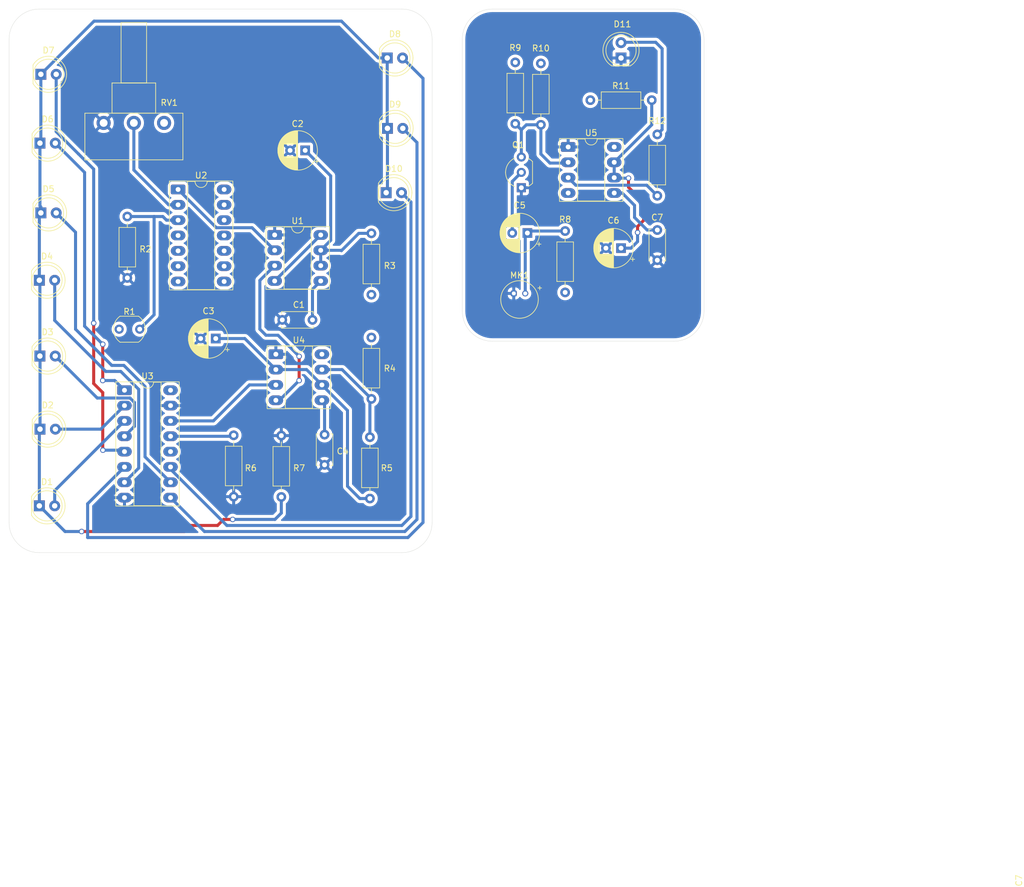
<source format=kicad_pcb>
(kicad_pcb (version 20241229) (generator "pcbnew") (generator_version "9.0")
  (layers (0 "F.Cu" signal) (2 "B.Cu" signal) (13 "F.Paste" user) (15 "B.Paste" user) (5 "F.SilkS" user "F.Silkscreen") (7 "B.SilkS" user "B.Silkscreen") (1 "F.Mask" user) (3 "B.Mask" user) (25 "Edge.Cuts" user))
  (net 0 "")
  (net 1 "Net-(U1-CV)")
  (net 2 "GND")
  (net 3 "Net-(U1-DIS)")
  (net 4 "Net-(U4-THR)")
  (net 5 "Net-(U4-CV)")
  (net 6 "Net-(MK1-+)")
  (net 7 "Net-(Q1-B)")
  (net 8 "Net-(U5-DIS)")
  (net 9 "Net-(U5-CV)")
  (net 10 "Net-(D2-A)")
  (net 11 "Net-(D1-A)")
  (net 12 "Net-(D3-A)")
  (net 13 "Net-(D4-A)")
  (net 14 "Net-(D5-A)")
  (net 15 "Net-(D6-A)")
  (net 16 "Net-(D7-A)")
  (net 17 "Net-(D8-A)")
  (net 18 "Net-(D9-A)")
  (net 19 "Net-(D10-A)")
  (net 20 "Net-(D11-A)")
  (net 21 "Net-(D1-K)")
  (net 22 "Net-(Q1-C)")
  (net 23 "Net-(U2A-+)")
  (net 24 "+9V")
  (net 25 "Net-(U1-TR)")
  (net 26 "Net-(U4-DIS)")
  (net 27 "Net-(U3-CKEN)")
  (net 28 "Net-(U5-Q)")
  (net 29 "Net-(U1-Q)")
  (net 30 "Net-(U2A--)")
  (net 32 "Net-(U3-CLK)")
  (footprint "LED_THT:LED_D5.0mm" (layer "F.Cu") (at 22.51 72.9)
    (property "Reference" "D4" (at 1.27 -3.96 0) (layer "F.SilkS"))
    (property "Value" "LED")
    (pad "1" thru_hole rect (at 0 0) (size 1.8 1.8) (drill 0.9) (layers "*.Cu" "*.Mask") (net 21 "Net-(D1-K)"))
    (pad "2" thru_hole circle (at 2.54 0) (size 1.8 1.8) (drill 0.9) (layers "*.Cu" "*.Mask") (net 13 "Net-(D4-A)"))
  )
  (footprint "Resistor_THT:R_Axial_DIN0207_L6.3mm_D2.5mm_P10.16mm_Horizontal" (layer "F.Cu") (at 77.45762 82.38 -90)
    (property "Reference" "R4" (at 5.12 -3.04238 180) (layer "F.SilkS"))
    (property "Value" "10k")
    (pad "1" thru_hole circle (at 0 0 270) (size 1.6 1.6) (drill 0.8) (layers "*.Cu" "*.Mask") (net 24 "+9V"))
    (pad "2" thru_hole oval (at 10.16 0 270) (size 1.6 1.6) (drill 0.8) (layers "*.Cu" "*.Mask") (net 26 "Net-(U4-DIS)"))
  )
  (footprint "Resistor_THT:R_Axial_DIN0207_L6.3mm_D2.5mm_P10.16mm_Horizontal" (layer "F.Cu") (at 101.264733 36.832233 -90)
    (property "Reference" "R9" (at -2.42 0 180) (layer "F.SilkS"))
    (property "Value" "1k")
    (pad "1" thru_hole circle (at 0 0 270) (size 1.6 1.6) (drill 0.8) (layers "*.Cu" "*.Mask") (net 24 "+9V"))
    (pad "2" thru_hole oval (at 10.16 0 270) (size 1.6 1.6) (drill 0.8) (layers "*.Cu" "*.Mask") (net 22 "Net-(Q1-C)"))
  )
  (footprint "Package_DIP:DIP-8_W7.62mm_Socket_LongPads" (layer "F.Cu") (at 61.64762 85.15)
    (property "Reference" "U4" (at 3.81 -2.33 0) (layer "F.SilkS"))
    (property "Value" "555")
    (pad "1" thru_hole roundrect (at 0 0) (size 2.4 1.6) (drill 0.8) (layers "*.Cu" "*.Mask") (roundrect_rratio 0.15625) (net 2 "GND"))
    (pad "2" thru_hole oval (at 0 2.54) (size 2.4 1.6) (drill 0.8) (layers "*.Cu" "*.Mask") (net 4 "Net-(U4-THR)"))
    (pad "3" thru_hole oval (at 0 5.08) (size 2.4 1.6) (drill 0.8) (layers "*.Cu" "*.Mask") (net 32 "Net-(U3-CLK)"))
    (pad "4" thru_hole oval (at 0 7.62) (size 2.4 1.6) (drill 0.8) (layers "*.Cu" "*.Mask") (net 29 "Net-(U1-Q)"))
    (pad "5" thru_hole oval (at 7.62 7.62) (size 2.4 1.6) (drill 0.8) (layers "*.Cu" "*.Mask") (net 5 "Net-(U4-CV)"))
    (pad "6" thru_hole oval (at 7.62 5.08) (size 2.4 1.6) (drill 0.8) (layers "*.Cu" "*.Mask") (net 4 "Net-(U4-THR)"))
    (pad "7" thru_hole oval (at 7.62 2.54) (size 2.4 1.6) (drill 0.8) (layers "*.Cu" "*.Mask") (net 26 "Net-(U4-DIS)"))
    (pad "8" thru_hole oval (at 7.62 0) (size 2.4 1.6) (drill 0.8) (layers "*.Cu" "*.Mask") (net 24 "+9V"))
  )
  (footprint "OptoDevice:R_LDR_5.1x4.3mm_P3.4mm_Vertical" (layer "F.Cu") (at 35.71762 81)
    (property "Reference" "R1" (at 1.7 -2.9 0) (layer "F.SilkS"))
    (property "Value" "R_Photo")
    (pad "1" thru_hole circle (at 0 0) (size 1.5 1.5) (drill 0.8) (layers "*.Cu" "*.Mask") (net 24 "+9V"))
    (pad "2" thru_hole circle (at 3.4 0) (size 1.5 1.5) (drill 0.8) (layers "*.Cu" "*.Mask") (net 23 "Net-(U2A-+)"))
  )
  (footprint "Resistor_THT:R_Axial_DIN0207_L6.3mm_D2.5mm_P10.16mm_Horizontal" (layer "F.Cu") (at 54.66762 98.57 -90)
    (property "Reference" "R6" (at 5.43 -2.83238 180) (layer "F.SilkS"))
    (property "Value" "100k")
    (pad "1" thru_hole circle (at 0 0 270) (size 1.6 1.6) (drill 0.8) (layers "*.Cu" "*.Mask") (net 27 "Net-(U3-CKEN)"))
    (pad "2" thru_hole oval (at 10.16 0 270) (size 1.6 1.6) (drill 0.8) (layers "*.Cu" "*.Mask") (net 2 "GND"))
  )
  (footprint "Resistor_THT:R_Axial_DIN0207_L6.3mm_D2.5mm_P10.16mm_Horizontal" (layer "F.Cu") (at 113.684733 43.082233)
    (property "Reference" "R11" (at 5.08 -2.37 0) (layer "F.SilkS"))
    (property "Value" "10k")
    (pad "1" thru_hole circle (at 0 0) (size 1.6 1.6) (drill 0.8) (layers "*.Cu" "*.Mask") (net 24 "+9V"))
    (pad "2" thru_hole oval (at 10.16 0) (size 1.6 1.6) (drill 0.8) (layers "*.Cu" "*.Mask") (net 8 "Net-(U5-DIS)"))
  )
  (footprint "LED_THT:LED_D5.0mm" (layer "F.Cu") (at 22.6 85.45)
    (property "Reference" "D3" (at 1.27 -3.96 0) (layer "F.SilkS"))
    (property "Value" "LED")
    (pad "1" thru_hole rect (at 0 0) (size 1.8 1.8) (drill 0.9) (layers "*.Cu" "*.Mask") (net 21 "Net-(D1-K)"))
    (pad "2" thru_hole circle (at 2.54 0) (size 1.8 1.8) (drill 0.9) (layers "*.Cu" "*.Mask") (net 12 "Net-(D3-A)"))
  )
  (footprint "Capacitor_THT:CP_Radial_D6.3mm_P2.50mm" (layer "F.Cu") (at 103.264733 65.082233 180)
    (property "Reference" "C5" (at 1.264733 4.582233 0) (layer "F.SilkS"))
    (property "Value" "1u")
    (pad "1" thru_hole rect (at 0 0 180) (size 1.6 1.6) (drill 0.8) (layers "*.Cu" "*.Mask") (net 6 "Net-(MK1-+)"))
    (pad "2" thru_hole circle (at 2.5 0 180) (size 1.6 1.6) (drill 0.8) (layers "*.Cu" "*.Mask") (net 7 "Net-(Q1-B)"))
  )
  (footprint "Package_DIP:DIP-8_W7.62mm_Socket_LongPads" (layer "F.Cu") (at 61.44762 65.4)
    (property "Reference" "U1" (at 3.81 -2.33 0) (layer "F.SilkS"))
    (property "Value" "555")
    (pad "1" thru_hole roundrect (at 0 0) (size 2.4 1.6) (drill 0.8) (layers "*.Cu" "*.Mask") (roundrect_rratio 0.15625) (net 2 "GND"))
    (pad "2" thru_hole oval (at 0 2.54) (size 2.4 1.6) (drill 0.8) (layers "*.Cu" "*.Mask") (net 25 "Net-(U1-TR)"))
    (pad "3" thru_hole oval (at 0 5.08) (size 2.4 1.6) (drill 0.8) (layers "*.Cu" "*.Mask") (net 29 "Net-(U1-Q)"))
    (pad "4" thru_hole oval (at 0 7.62) (size 2.4 1.6) (drill 0.8) (layers "*.Cu" "*.Mask") (net 24 "+9V"))
    (pad "5" thru_hole oval (at 7.62 7.62) (size 2.4 1.6) (drill 0.8) (layers "*.Cu" "*.Mask") (net 1 "Net-(U1-CV)"))
    (pad "6" thru_hole oval (at 7.62 5.08) (size 2.4 1.6) (drill 0.8) (layers "*.Cu" "*.Mask") (net 3 "Net-(U1-DIS)"))
    (pad "7" thru_hole oval (at 7.62 2.54) (size 2.4 1.6) (drill 0.8) (layers "*.Cu" "*.Mask") (net 3 "Net-(U1-DIS)"))
    (pad "8" thru_hole oval (at 7.62 0) (size 2.4 1.6) (drill 0.8) (layers "*.Cu" "*.Mask") (net 24 "+9V"))
  )
  (footprint "LED_THT:LED_D5.0mm" (layer "F.Cu") (at 80.075 36.1)
    (property "Reference" "D8" (at 1.27 -3.96 0) (layer "F.SilkS"))
    (property "Value" "LED")
    (pad "1" thru_hole rect (at 0 0) (size 1.8 1.8) (drill 0.9) (layers "*.Cu" "*.Mask") (net 21 "Net-(D1-K)"))
    (pad "2" thru_hole circle (at 2.54 0) (size 1.8 1.8) (drill 0.9) (layers "*.Cu" "*.Mask") (net 17 "Net-(D8-A)"))
  )
  (footprint "Resistor_THT:R_Axial_DIN0207_L6.3mm_D2.5mm_P10.16mm_Horizontal" (layer "F.Cu") (at 77.20762 98.88 -90)
    (property "Reference" "R5" (at 5.12 -2.79238 180) (layer "F.SilkS"))
    (property "Value" "10k")
    (pad "1" thru_hole circle (at 0 0 270) (size 1.6 1.6) (drill 0.8) (layers "*.Cu" "*.Mask") (net 26 "Net-(U4-DIS)"))
    (pad "2" thru_hole oval (at 10.16 0 270) (size 1.6 1.6) (drill 0.8) (layers "*.Cu" "*.Mask") (net 4 "Net-(U4-THR)"))
  )
  (footprint "LED_THT:LED_D5.0mm" (layer "F.Cu") (at 79.9 58.4)
    (property "Reference" "D10" (at 1.27 -3.96 0) (layer "F.SilkS"))
    (property "Value" "LED")
    (pad "1" thru_hole rect (at 0 0) (size 1.8 1.8) (drill 0.9) (layers "*.Cu" "*.Mask") (net 21 "Net-(D1-K)"))
    (pad "2" thru_hole circle (at 2.54 0) (size 1.8 1.8) (drill 0.9) (layers "*.Cu" "*.Mask") (net 19 "Net-(D10-A)"))
  )
  (footprint "Capacitor_THT:CP_Radial_D6.3mm_P2.50mm" (layer "F.Cu") (at 66.5 51.4 180)
    (property "Reference" "C2" (at 1.25 4.4 0) (layer "F.SilkS"))
    (property "Value" "100u")
    (pad "1" thru_hole rect (at 0 0 180) (size 1.6 1.6) (drill 0.8) (layers "*.Cu" "*.Mask") (net 3 "Net-(U1-DIS)"))
    (pad "2" thru_hole circle (at 2.5 0 180) (size 1.6 1.6) (drill 0.8) (layers "*.Cu" "*.Mask") (net 2 "GND"))
  )
  (footprint "Package_DIP:DIP-14_W7.62mm_Socket_LongPads" (layer "F.Cu") (at 45.46762 57.87)
    (property "Reference" "U2" (at 3.81 -2.33 0) (layer "F.SilkS"))
    (property "Value" "LM324")
    (pad "1" thru_hole roundrect (at 0 0) (size 2.4 1.6) (drill 0.8) (layers "*.Cu" "*.Mask") (roundrect_rratio 0.15625) (net 25 "Net-(U1-TR)"))
    (pad "2" thru_hole oval (at 0 2.54) (size 2.4 1.6) (drill 0.8) (layers "*.Cu" "*.Mask") (net 30 "Net-(U2A--)"))
    (pad "3" thru_hole oval (at 0 5.08) (size 2.4 1.6) (drill 0.8) (layers "*.Cu" "*.Mask") (net 23 "Net-(U2A-+)"))
    (pad "4" thru_hole oval (at 0 7.62) (size 2.4 1.6) (drill 0.8) (layers "*.Cu" "*.Mask"))
    (pad "5" thru_hole oval (at 0 10.16) (size 2.4 1.6) (drill 0.8) (layers "*.Cu" "*.Mask"))
    (pad "6" thru_hole oval (at 0 12.7) (size 2.4 1.6) (drill 0.8) (layers "*.Cu" "*.Mask"))
    (pad "7" thru_hole oval (at 0 15.24) (size 2.4 1.6) (drill 0.8) (layers "*.Cu" "*.Mask"))
    (pad "8" thru_hole oval (at 7.62 15.24) (size 2.4 1.6) (drill 0.8) (layers "*.Cu" "*.Mask"))
    (pad "9" thru_hole oval (at 7.62 12.7) (size 2.4 1.6) (drill 0.8) (layers "*.Cu" "*.Mask"))
    (pad "10" thru_hole oval (at 7.62 10.16) (size 2.4 1.6) (drill 0.8) (layers "*.Cu" "*.Mask"))
    (pad "11" thru_hole oval (at 7.62 7.62) (size 2.4 1.6) (drill 0.8) (layers "*.Cu" "*.Mask"))
    (pad "12" thru_hole oval (at 7.62 5.08) (size 2.4 1.6) (drill 0.8) (layers "*.Cu" "*.Mask"))
    (pad "13" thru_hole oval (at 7.62 2.54) (size 2.4 1.6) (drill 0.8) (layers "*.Cu" "*.Mask"))
    (pad "14" thru_hole oval (at 7.62 0) (size 2.4 1.6) (drill 0.8) (layers "*.Cu" "*.Mask"))
  )
  (footprint "LED_THT:LED_D5.0mm" (layer "F.Cu") (at 22.625 97.55)
    (property "Reference" "D2" (at 1.27 -3.96 0) (layer "F.SilkS"))
    (property "Value" "LED")
    (pad "1" thru_hole rect (at 0 0) (size 1.8 1.8) (drill 0.9) (layers "*.Cu" "*.Mask") (net 21 "Net-(D1-K)"))
    (pad "2" thru_hole circle (at 2.54 0) (size 1.8 1.8) (drill 0.9) (layers "*.Cu" "*.Mask") (net 10 "Net-(D2-A)"))
  )
  (footprint "Capacitor_THT:C_Disc_D5.0mm_W2.5mm_P5.00mm" (layer "F.Cu") (at 69.70762 98.46 -90)
    (property "Reference" "C4" (at 2.75 -3 180) (layer "F.SilkS"))
    (property "Value" "474")
    (pad "1" thru_hole circle (at 0 0 270) (size 1.6 1.6) (drill 0.8) (layers "*.Cu" "*.Mask") (net 5 "Net-(U4-CV)"))
    (pad "2" thru_hole circle (at 5 0 270) (size 1.6 1.6) (drill 0.8) (layers "*.Cu" "*.Mask") (net 2 "GND"))
  )
  (footprint "Package_TO_SOT_THT:TO-92_Inline_Wide" (layer "F.Cu") (at 102.264733 57.582233 90)
    (property "Reference" "Q1" (at 7.082233 -0.514733 180) (layer "F.SilkS"))
    (property "Value" "PN2222A")
    (pad "1" thru_hole rect (at 0 0 90) (size 1.5 1.5) (drill 0.8) (layers "*.Cu" "*.Mask") (net 2 "GND"))
    (pad "2" thru_hole circle (at 2.54 0 90) (size 1.5 1.5) (drill 0.8) (layers "*.Cu" "*.Mask") (net 7 "Net-(Q1-B)"))
    (pad "3" thru_hole circle (at 5.08 0 90) (size 1.5 1.5) (drill 0.8) (layers "*.Cu" "*.Mask") (net 22 "Net-(Q1-C)"))
  )
  (footprint "LED_THT:LED_D5.0mm" (layer "F.Cu") (at 22.76 61.75)
    (property "Reference" "D5" (at 1.27 -3.96 0) (layer "F.SilkS"))
    (property "Value" "LED")
    (pad "1" thru_hole rect (at 0 0) (size 1.8 1.8) (drill 0.9) (layers "*.Cu" "*.Mask") (net 21 "Net-(D1-K)"))
    (pad "2" thru_hole circle (at 2.54 0) (size 1.8 1.8) (drill 0.9) (layers "*.Cu" "*.Mask") (net 14 "Net-(D5-A)"))
  )
  (footprint "Capacitor_THT:CP_Radial_D6.3mm_P2.50mm" (layer "F.Cu") (at 118.764733 67.582233 180)
    (property "Reference" "C6" (at 1.25 4.582233 0) (layer "F.SilkS"))
    (property "Value" "1u")
    (pad "1" thru_hole rect (at 0 0 180) (size 1.6 1.6) (drill 0.8) (layers "*.Cu" "*.Mask") (net 8 "Net-(U5-DIS)"))
    (pad "2" thru_hole circle (at 2.5 0 180) (size 1.6 1.6) (drill 0.8) (layers "*.Cu" "*.Mask") (net 2 "GND"))
  )
  (footprint "LED_THT:LED_D5.0mm" (layer "F.Cu") (at 22.51 110.25)
    (property "Reference" "D1" (at 1.27 -3.96 0) (layer "F.SilkS"))
    (property "Value" "LED")
    (pad "1" thru_hole rect (at 0 0) (size 1.8 1.8) (drill 0.9) (layers "*.Cu" "*.Mask") (net 21 "Net-(D1-K)"))
    (pad "2" thru_hole circle (at 2.54 0) (size 1.8 1.8) (drill 0.9) (layers "*.Cu" "*.Mask") (net 11 "Net-(D1-A)"))
  )
  (footprint "Potentiometer_THT:Potentiometer_Piher_T-16H_Single_Horizontal" (layer "F.Cu") (at 43.15 46.85 90)
    (property "Reference" "RV1" (at 3.35 0.85 0) (layer "F.SilkS"))
    (property "Value" "500k")
    (pad "1" thru_hole circle (at 0 0 90) (size 2.34 2.34) (drill 1.3) (layers "*.Cu" "*.Mask") (net 24 "+9V"))
    (pad "2" thru_hole circle (at 0 -5 90) (size 2.34 2.34) (drill 1.3) (layers "*.Cu" "*.Mask") (net 30 "Net-(U2A--)"))
    (pad "3" thru_hole circle (at 0 -10 90) (size 2.34 2.34) (drill 1.3) (layers "*.Cu" "*.Mask") (net 2 "GND"))
  )
  (footprint "LED_THT:LED_D5.0mm" (layer "F.Cu") (at 118.764733 36.107233 90)
    (property "Reference" "D11" (at 5.607233 0.235267 180) (layer "F.SilkS"))
    (property "Value" "LED")
    (pad "1" thru_hole rect (at 0 0 90) (size 1.8 1.8) (drill 0.9) (layers "*.Cu" "*.Mask") (net 2 "GND"))
    (pad "2" thru_hole circle (at 2.54 0 90) (size 1.8 1.8) (drill 0.9) (layers "*.Cu" "*.Mask") (net 20 "Net-(D11-A)"))
  )
  (footprint "Resistor_THT:R_Axial_DIN0207_L6.3mm_D2.5mm_P10.16mm_Horizontal" (layer "F.Cu") (at 37.06762 72.51 90)
    (property "Reference" "R2" (at 4.75 3 180) (layer "F.SilkS"))
    (property "Value" "10k")
    (pad "1" thru_hole circle (at 0 0 90) (size 1.6 1.6) (drill 0.8) (layers "*.Cu" "*.Mask") (net 2 "GND"))
    (pad "2" thru_hole oval (at 10.16 0 90) (size 1.6 1.6) (drill 0.8) (layers "*.Cu" "*.Mask") (net 23 "Net-(U2A-+)"))
  )
  (footprint "Sensor_Audio:POM-2244P-C3310-2-R" (layer "F.Cu") (at 101.014733 75.082233)
    (property "Reference" "MK1" (at 0.95 -3 0) (layer "F.SilkS"))
    (property "Value" "Mic electret")
    (pad "1" thru_hole roundrect (at 0 0) (size 1 1) (drill 0.65) (layers "*.Cu" "*.Mask") (net 2 "GND"))
    (pad "2" thru_hole circle (at 1.9 0) (size 1 1) (drill 0.65) (layers "*.Cu" "*.Mask") (net 6 "Net-(MK1-+)"))
  )
  (footprint "Resistor_THT:R_Axial_DIN0207_L6.3mm_D2.5mm_P10.16mm_Horizontal" (layer "F.Cu") (at 109.514733 74.912233 90)
    (property "Reference" "R8" (at 12.08 0 180) (layer "F.SilkS"))
    (property "Value" "10k")
    (pad "1" thru_hole circle (at 0 0 90) (size 1.6 1.6) (drill 0.8) (layers "*.Cu" "*.Mask") (net 24 "+9V"))
    (pad "2" thru_hole oval (at 10.16 0 90) (size 1.6 1.6) (drill 0.8) (layers "*.Cu" "*.Mask") (net 6 "Net-(MK1-+)"))
  )
  (footprint "Resistor_THT:R_Axial_DIN0207_L6.3mm_D2.5mm_P10.16mm_Horizontal" (layer "F.Cu") (at 105.5 37 -90)
    (property "Reference" "R10" (at -2.5 0 0) (layer "F.SilkS"))
    (property "Value" "10k")
    (pad "1" thru_hole circle (at 0 0 270) (size 1.6 1.6) (drill 0.8) (layers "*.Cu" "*.Mask") (net 24 "+9V"))
    (pad "2" thru_hole oval (at 10.16 0 270) (size 1.6 1.6) (drill 0.8) (layers "*.Cu" "*.Mask") (net 22 "Net-(Q1-C)"))
  )
  (footprint "Capacitor_THT:C_Disc_D5.0mm_W2.5mm_P5.00mm" (layer "F.Cu") (at 67.70762 79.46 180)
    (property "Reference" "C1" (at 2.25 2.5 0) (layer "F.SilkS"))
    (property "Value" "474")
    (pad "1" thru_hole circle (at 0 0 180) (size 1.6 1.6) (drill 0.8) (layers "*.Cu" "*.Mask") (net 1 "Net-(U1-CV)"))
    (pad "2" thru_hole circle (at 5 0 180) (size 1.6 1.6) (drill 0.8) (layers "*.Cu" "*.Mask") (net 2 "GND"))
  )
  (footprint "LED_THT:LED_D5.0mm" (layer "F.Cu") (at 22.76 38.8)
    (property "Reference" "D7" (at 1.27 -3.96 0) (layer "F.SilkS"))
    (property "Value" "LED")
    (pad "1" thru_hole rect (at 0 0) (size 1.8 1.8) (drill 0.9) (layers "*.Cu" "*.Mask") (net 21 "Net-(D1-K)"))
    (pad "2" thru_hole circle (at 2.54 0) (size 1.8 1.8) (drill 0.9) (layers "*.Cu" "*.Mask") (net 16 "Net-(D7-A)"))
  )
  (footprint "Capacitor_THT:C_Disc_D5.0mm_W2.5mm_P5.00mm" (layer "F.Cu") (at 124.764733 64.582233 -90)
    (property "Reference" "C7" (at 107.7 -59.85 90) (layer "F.SilkS"))
    (property "Value" "474")
    (pad "1" thru_hole circle (at 0 0 270) (size 1.6 1.6) (drill 0.8) (layers "*.Cu" "*.Mask") (net 9 "Net-(U5-CV)"))
    (pad "2" thru_hole circle (at 5 0 270) (size 1.6 1.6) (drill 0.8) (layers "*.Cu" "*.Mask") (net 2 "GND"))
  )
  (footprint "Package_DIP:DIP-16_W7.62mm_Socket_LongPads" (layer "F.Cu") (at 36.59762 91.11)
    (property "Reference" "U3" (at 3.81 -2.33 0) (layer "F.SilkS"))
    (property "Value" "4017")
    (pad "1" thru_hole roundrect (at 0 0) (size 2.4 1.6) (drill 0.8) (layers "*.Cu" "*.Mask") (roundrect_rratio 0.15625) (net 15 "Net-(D6-A)"))
    (pad "2" thru_hole oval (at 0 2.54) (size 2.4 1.6) (drill 0.8) (layers "*.Cu" "*.Mask") (net 10 "Net-(D2-A)"))
    (pad "3" thru_hole oval (at 0 5.08) (size 2.4 1.6) (drill 0.8) (layers "*.Cu" "*.Mask") (net 11 "Net-(D1-A)"))
    (pad "4" thru_hole oval (at 0 7.62) (size 2.4 1.6) (drill 0.8) (layers "*.Cu" "*.Mask") (net 12 "Net-(D3-A)"))
    (pad "5" thru_hole oval (at 0 10.16) (size 2.4 1.6) (drill 0.8) (layers "*.Cu" "*.Mask") (net 16 "Net-(D7-A)"))
    (pad "6" thru_hole oval (at 0 12.7) (size 2.4 1.6) (drill 0.8) (layers "*.Cu" "*.Mask") (net 17 "Net-(D8-A)"))
    (pad "7" thru_hole oval (at 0 15.24) (size 2.4 1.6) (drill 0.8) (layers "*.Cu" "*.Mask") (net 13 "Net-(D4-A)"))
    (pad "8" thru_hole oval (at 0 17.78) (size 2.4 1.6) (drill 0.8) (layers "*.Cu" "*.Mask") (net 2 "GND"))
    (pad "9" thru_hole oval (at 7.62 17.78) (size 2.4 1.6) (drill 0.8) (layers "*.Cu" "*.Mask") (net 18 "Net-(D9-A)"))
    (pad "10" thru_hole oval (at 7.62 15.24) (size 2.4 1.6) (drill 0.8) (layers "*.Cu" "*.Mask") (net 14 "Net-(D5-A)"))
    (pad "11" thru_hole oval (at 7.62 12.7) (size 2.4 1.6) (drill 0.8) (layers "*.Cu" "*.Mask") (net 19 "Net-(D10-A)"))
    (pad "12" thru_hole oval (at 7.62 10.16) (size 2.4 1.6) (drill 0.8) (layers "*.Cu" "*.Mask"))
    (pad "13" thru_hole oval (at 7.62 7.62) (size 2.4 1.6) (drill 0.8) (layers "*.Cu" "*.Mask") (net 27 "Net-(U3-CKEN)"))
    (pad "14" thru_hole oval (at 7.62 5.08) (size 2.4 1.6) (drill 0.8) (layers "*.Cu" "*.Mask") (net 32 "Net-(U3-CLK)"))
    (pad "15" thru_hole oval (at 7.62 2.54) (size 2.4 1.6) (drill 0.8) (layers "*.Cu" "*.Mask") (net 2 "GND"))
    (pad "16" thru_hole oval (at 7.62 0) (size 2.4 1.6) (drill 0.8) (layers "*.Cu" "*.Mask") (net 24 "+9V"))
  )
  (footprint "Package_DIP:DIP-8_W7.62mm_Socket_LongPads" (layer "F.Cu") (at 110.014733 50.832233)
    (property "Reference" "U5" (at 3.81 -2.33 0) (layer "F.SilkS"))
    (property "Value" "555")
    (pad "1" thru_hole roundrect (at 0 0) (size 2.4 1.6) (drill 0.8) (layers "*.Cu" "*.Mask") (roundrect_rratio 0.15625) (net 2 "GND"))
    (pad "2" thru_hole oval (at 0 2.54) (size 2.4 1.6) (drill 0.8) (layers "*.Cu" "*.Mask") (net 22 "Net-(Q1-C)"))
    (pad "3" thru_hole oval (at 0 5.08) (size 2.4 1.6) (drill 0.8) (layers "*.Cu" "*.Mask") (net 28 "Net-(U5-Q)"))
    (pad "4" thru_hole oval (at 0 7.62) (size 2.4 1.6) (drill 0.8) (layers "*.Cu" "*.Mask") (net 24 "+9V"))
    (pad "5" thru_hole oval (at 7.62 7.62) (size 2.4 1.6) (drill 0.8) (layers "*.Cu" "*.Mask") (net 9 "Net-(U5-CV)"))
    (pad "6" thru_hole oval (at 7.62 5.08) (size 2.4 1.6) (drill 0.8) (layers "*.Cu" "*.Mask") (net 8 "Net-(U5-DIS)"))
    (pad "7" thru_hole oval (at 7.62 2.54) (size 2.4 1.6) (drill 0.8) (layers "*.Cu" "*.Mask") (net 8 "Net-(U5-DIS)"))
    (pad "8" thru_hole oval (at 7.62 0) (size 2.4 1.6) (drill 0.8) (layers "*.Cu" "*.Mask") (net 24 "+9V"))
  )
  (footprint "Resistor_THT:R_Axial_DIN0207_L6.3mm_D2.5mm_P10.16mm_Horizontal" (layer "F.Cu") (at 124.764733 58.912233 90)
    (property "Reference" "R12" (at 12.412233 -0.014733 180) (layer "F.SilkS"))
    (property "Value" "1k")
    (pad "1" thru_hole circle (at 0 0 90) (size 1.6 1.6) (drill 0.8) (layers "*.Cu" "*.Mask") (net 28 "Net-(U5-Q)"))
    (pad "2" thru_hole oval (at 10.16 0 90) (size 1.6 1.6) (drill 0.8) (layers "*.Cu" "*.Mask") (net 20 "Net-(D11-A)"))
  )
  (footprint "Resistor_THT:R_Axial_DIN0207_L6.3mm_D2.5mm_P10.16mm_Horizontal" (layer "F.Cu") (at 62.55 108.78 90)
    (property "Reference" "R7" (at 4.78 2.95 180) (layer "F.SilkS"))
    (property "Value" "1k")
    (pad "1" thru_hole circle (at 0 0 90) (size 1.6 1.6) (drill 0.8) (layers "*.Cu" "*.Mask") (net 21 "Net-(D1-K)"))
    (pad "2" thru_hole oval (at 10.16 0 90) (size 1.6 1.6) (drill 0.8) (layers "*.Cu" "*.Mask") (net 2 "GND"))
  )
  (footprint "LED_THT:LED_D5.0mm" (layer "F.Cu") (at 80.11 47.75)
    (property "Reference" "D9" (at 1.27 -3.96 0) (layer "F.SilkS"))
    (property "Value" "LED")
    (pad "1" thru_hole rect (at 0 0) (size 1.8 1.8) (drill 0.9) (layers "*.Cu" "*.Mask") (net 21 "Net-(D1-K)"))
    (pad "2" thru_hole circle (at 2.54 0) (size 1.8 1.8) (drill 0.9) (layers "*.Cu" "*.Mask") (net 18 "Net-(D9-A)"))
  )
  (footprint "LED_THT:LED_D5.0mm" (layer "F.Cu") (at 22.61 50.2)
    (property "Reference" "D6" (at 1.27 -3.96 0) (layer "F.SilkS"))
    (property "Value" "LED")
    (pad "1" thru_hole rect (at 0 0) (size 1.8 1.8) (drill 0.9) (layers "*.Cu" "*.Mask") (net 21 "Net-(D1-K)"))
    (pad "2" thru_hole circle (at 2.54 0) (size 1.8 1.8) (drill 0.9) (layers "*.Cu" "*.Mask") (net 15 "Net-(D6-A)"))
  )
  (footprint "Resistor_THT:R_Axial_DIN0207_L6.3mm_D2.5mm_P10.16mm_Horizontal" (layer "F.Cu") (at 77.45762 75.29 90)
    (property "Reference" "R3" (at 4.79 3.04238 180) (layer "F.SilkS"))
    (property "Value" "10k")
    (pad "1" thru_hole circle (at 0 0 90) (size 1.6 1.6) (drill 0.8) (layers "*.Cu" "*.Mask") (net 24 "+9V"))
    (pad "2" thru_hole oval (at 10.16 0 90) (size 1.6 1.6) (drill 0.8) (layers "*.Cu" "*.Mask") (net 3 "Net-(U1-DIS)"))
  )
  (footprint "Capacitor_THT:CP_Radial_D6.3mm_P2.50mm" (layer "F.Cu") (at 51.7 82.55 180)
    (property "Reference" "C3" (at 1.2 4.55 0) (layer "F.SilkS"))
    (property "Value" "1u")
    (pad "1" thru_hole rect (at 0 0 180) (size 1.6 1.6) (drill 0.8) (layers "*.Cu" "*.Mask") (net 4 "Net-(U4-THR)"))
    (pad "2" thru_hole circle (at 2.5 0 180) (size 1.6 1.6) (drill 0.8) (layers "*.Cu" "*.Mask") (net 2 "GND"))
  )
  (gr_arc (start 82.5 28) (mid 86.035534 29.464466) (end 87.5 33) (stroke (width 0.05)) (layer "Edge.Cuts"))
  (gr_line (start 127.5 83) (end 97.5 83) (stroke (width 0.05)) (layer "Edge.Cuts"))
  (gr_line (start 132.5 33) (end 132.5 78) (stroke (width 0.05)) (layer "Edge.Cuts"))
  (gr_line (start 92.5 78) (end 92.5 33) (stroke (width 0.05)) (layer "Edge.Cuts"))
  (gr_arc (start 87.5 113) (mid 86.035534 116.535534) (end 82.5 118) (stroke (width 0.05)) (layer "Edge.Cuts"))
  (gr_arc (start 17.5 33) (mid 18.964466 29.464466) (end 22.5 28) (stroke (width 0.05)) (layer "Edge.Cuts"))
  (gr_arc (start 97.5 83) (mid 93.964466 81.535534) (end 92.5 78) (stroke (width 0.05)) (layer "Edge.Cuts"))
  (gr_line (start 87.5 33) (end 87.5 113) (stroke (width 0.05)) (layer "Edge.Cuts"))
  (gr_line (start 22.5 28) (end 82.5 28) (stroke (width 0.05)) (layer "Edge.Cuts"))
  (gr_arc (start 132.5 78) (mid 131.035534 81.535534) (end 127.5 83) (stroke (width 0.05)) (layer "Edge.Cuts"))
  (gr_line (start 82.5 118) (end 22.5 118) (stroke (width 0.05)) (layer "Edge.Cuts"))
  (gr_arc (start 127.5 28) (mid 131.035534 29.464466) (end 132.5 33) (stroke (width 0.05)) (layer "Edge.Cuts"))
  (gr_arc (start 22.5 118) (mid 18.964466 116.535534) (end 17.5 113) (stroke (width 0.05)) (layer "Edge.Cuts"))
  (gr_line (start 17.5 113) (end 17.5 33) (stroke (width 0.05)) (layer "Edge.Cuts"))
  (gr_arc (start 92.5 33) (mid 93.964466 29.464466) (end 97.5 28) (stroke (width 0.05)) (layer "Edge.Cuts"))
  (gr_line (start 97.5 28) (end 127.5 28) (stroke (width 0.05)) (layer "Edge.Cuts"))
  (gr_text "C7" (at 124.75 62.5 0) (layer "F.SilkS") (effects (font (size 1 1))))
  (segment (start 67.70762 74.38) (end 69.06762 73.02) (width 0.5) (layer "B.Cu") (net 1))
  (segment (start 67.70762 79.46) (end 67.70762 74.38) (width 0.5) (layer "B.Cu") (net 1))
  (segment (start 66.5 51.4) (end 70.71862 55.61862) (width 0.5) (layer "B.Cu") (net 3))
  (segment (start 75.37 65.13) (end 72.5 68) (width 0.5) (layer "B.Cu") (net 3))
  (segment (start 77.45762 65.13) (end 75.37 65.13) (width 0.5) (layer "B.Cu") (net 3))
  (segment (start 70.71862 66.289) (end 69.06762 67.94) (width 0.5) (layer "B.Cu") (net 3))
  (segment (start 72.44 67.94) (end 69.06762 67.94) (width 0.5) (layer "B.Cu") (net 3))
  (segment (start 72.5 68) (end 72.44 67.94) (width 0.5) (layer "B.Cu") (net 3))
  (segment (start 70.71862 55.61862) (end 70.71862 66.289) (width 0.5) (layer "B.Cu") (net 3))
  (segment (start 69.06762 67.94) (end 69.06762 70.48) (width 0.5) (layer "B.Cu") (net 3))
  (segment (start 66.72762 87.69) (end 69.26762 90.23) (width 0.5) (layer "B.Cu") (net 4))
  (segment (start 61.64762 87.69) (end 66.72762 87.69) (width 0.5) (layer "B.Cu") (net 4))
  (segment (start 75.54 109.04) (end 77.20762 109.04) (width 0.5) (layer "B.Cu") (net 4))
  (segment (start 73.5 94.46238) (end 73.5 107) (width 0.5) (layer "B.Cu") (net 4))
  (segment (start 56.50762 82.55) (end 61.64762 87.69) (width 0.5) (layer "B.Cu") (net 4))
  (segment (start 51.7 82.55) (end 56.50762 82.55) (width 0.5) (layer "B.Cu") (net 4))
  (segment (start 69.26762 90.23) (end 73.5 94.46238) (width 0.5) (layer "B.Cu") (net 4))
  (segment (start 73.5 107) (end 75.54 109.04) (width 0.5) (layer "B.Cu") (net 4))
  (segment (start 69.70762 98.46) (end 69.70762 93.21) (width 0.5) (layer "B.Cu") (net 5))
  (segment (start 69.70762 93.21) (end 69.26762 92.77) (width 0.5) (layer "B.Cu") (net 5))
  (segment (start 103.594733 64.752233) (end 103.264733 65.082233) (width 0.5) (layer "B.Cu") (net 6))
  (segment (start 102.914733 65.432233) (end 103.264733 65.082233) (width 0.5) (layer "B.Cu") (net 6))
  (segment (start 109.514733 64.752233) (end 103.594733 64.752233) (width 0.5) (layer "B.Cu") (net 6))
  (segment (start 102.914733 75.082233) (end 102.914733 65.432233) (width 0.5) (layer "B.Cu") (net 6))
  (segment (start 100.764733 56.542233) (end 102.264733 55.042233) (width 0.5) (layer "B.Cu") (net 7))
  (segment (start 100.764733 65.082233) (end 100.764733 56.542233) (width 0.5) (layer "B.Cu") (net 7))
  (segment (start 121.5 64) (end 122.5 63) (width 0.5) (layer "F.Cu") (net 8))
  (segment (start 122.5 63) (end 122.5 60) (width 0.5) (layer "F.Cu") (net 8))
  (segment (start 122.5 60) (end 120 57.5) (width 0.5) (layer "F.Cu") (net 8))
  (segment (start 120 57.5) (end 120 56) (width 0.5) (layer "F.Cu") (net 8))
  (segment (start 121.5 65) (end 121.5 64) (width 0.5) (layer "F.Cu") (net 8))
  (via (at 121.5 65) (size 0.9) (drill 0.6) (layers "F.Cu" "B.Cu") (net 8))
  (via (at 120 56) (size 0.9) (drill 0.6) (layers "F.Cu" "B.Cu") (net 8))
  (segment (start 121.5 66.5) (end 121.5 65) (width 0.5) (layer "B.Cu") (net 8))
  (segment (start 117.7225 56) (end 117.634733 55.912233) (width 0.5) (layer "B.Cu") (net 8))
  (segment (start 117.634733 53.372233) (end 117.634733 55.912233) (width 0.5) (layer "B.Cu") (net 8))
  (segment (start 123.844733 47.162233) (end 117.634733 53.372233) (width 0.5) (layer "B.Cu") (net 8))
  (segment (start 118.764733 67.582233) (end 120.417767 67.582233) (width 0.5) (layer "B.Cu") (net 8))
  (segment (start 120 56) (end 117.7225 56) (width 0.5) (layer "B.Cu") (net 8))
  (segment (start 123.844733 43.082233) (end 123.844733 47.162233) (width 0.5) (layer "B.Cu") (net 8))
  (segment (start 120.417767 67.582233) (end 121.5 66.5) (width 0.5) (layer "B.Cu") (net 8))
  (segment (start 123.082233 64.582233) (end 124.764733 64.582233) (width 0.5) (layer "B.Cu") (net 9))
  (segment (start 117.634733 58.452233) (end 118.952233 58.452233) (width 0.5) (layer "B.Cu") (net 9))
  (segment (start 118.952233 58.452233) (end 121 60.5) (width 0.5) (layer "B.Cu") (net 9))
  (segment (start 121 60.5) (end 121 62.5) (width 0.5) (layer "B.Cu") (net 9))
  (segment (start 121 62.5) (end 123.082233 64.582233) (width 0.5) (layer "B.Cu") (net 9))
  (segment (start 32.69762 97.55) (end 36.59762 93.65) (width 0.5) (layer "B.Cu") (net 10))
  (segment (start 25.165 97.55) (end 32.69762 97.55) (width 0.5) (layer "B.Cu") (net 10))
  (segment (start 25.05 110.25) (end 25.05 107.73762) (width 0.5) (layer "B.Cu") (net 11))
  (segment (start 25.05 107.73762) (end 36.59762 96.19) (width 0.5) (layer "B.Cu") (net 11))
  (segment (start 32.089 92.399) (end 37.515801 92.399) (width 0.5) (layer "B.Cu") (net 12))
  (segment (start 38.24862 97.079) (end 36.59762 98.73) (width 0.5) (layer "B.Cu") (net 12))
  (segment (start 37.515801 92.399) (end 38.24862 93.131819) (width 0.5) (layer "B.Cu") (net 12))
  (segment (start 38.24862 93.131819) (end 38.24862 97.079) (width 0.5) (layer "B.Cu") (net 12))
  (segment (start 25.14 85.45) (end 32.089 92.399) (width 0.5) (layer "B.Cu") (net 12))
  (segment (start 38.94962 90.963708) (end 38.94962 103.998) (width 0.5) (layer "B.Cu") (net 13))
  (segment (start 25.05 72.9) (end 25.05 79.55) (width 0.5) (layer "B.Cu") (net 13))
  (segment (start 25.05 79.55) (end 33.5 88) (width 0.5) (layer "B.Cu") (net 13))
  (segment (start 33.5 88) (end 35.985912 88) (width 0.5) (layer "B.Cu") (net 13))
  (segment (start 38.94962 103.998) (end 36.59762 106.35) (width 0.5) (layer "B.Cu") (net 13))
  (segment (start 35.985912 88) (end 38.94962 90.963708) (width 0.5) (layer "B.Cu") (net 13))
  (segment (start 28.5 64.95) (end 28.5 81) (width 0.5) (layer "B.Cu") (net 14))
  (segment (start 40 90.5) (end 40 102.13238) (width 0.5) (layer "B.Cu") (net 14))
  (segment (start 34.5 87) (end 36.5 87) (width 0.5) (layer "B.Cu") (net 14))
  (segment (start 36.5 87) (end 40 90.5) (width 0.5) (layer "B.Cu") (net 14))
  (segment (start 28.5 81) (end 34.5 87) (width 0.5) (layer "B.Cu") (net 14))
  (segment (start 25.3 61.75) (end 28.5 64.95) (width 0.5) (layer "B.Cu") (net 14))
  (segment (start 40 102.13238) (end 44.21762 106.35) (width 0.5) (layer "B.Cu") (net 14))
  (segment (start 33 83.5) (end 33 89.5) (width 0.5) (layer "F.Cu") (net 15))
  (via (at 33 89.5) (size 0.9) (drill 0.6) (layers "F.Cu" "B.Cu") (net 15))
  (via (at 33 83.5) (size 0.9) (drill 0.6) (layers "F.Cu" "B.Cu") (net 15))
  (segment (start 33 89.5) (end 34.98762 89.5) (width 0.5) (layer "B.Cu") (net 15))
  (segment (start 25.15 50.2) (end 30 55.05) (width 0.5) (layer "B.Cu") (net 15))
  (segment (start 34.98762 89.5) (end 36.59762 91.11) (width 0.5) (layer "B.Cu") (net 15))
  (segment (start 30 80.5) (end 33 83.5) (width 0.5) (layer "B.Cu") (net 15))
  (segment (start 30 55.05) (end 30 80.5) (width 0.5) (layer "B.Cu") (net 15))
  (segment (start 31.5 90) (end 33 91.5) (width 0.5) (layer "F.Cu") (net 16))
  (segment (start 33 101) (end 33.030207 101.030207) (width 0.5) (layer "F.Cu") (net 16))
  (segment (start 31.5 80) (end 31.5 90) (width 0.5) (layer "F.Cu") (net 16))
  (segment (start 33 91.5) (end 33 101) (width 0.5) (layer "F.Cu") (net 16))
  (via (at 31.5 80) (size 0.9) (drill 0.6) (layers "F.Cu" "B.Cu") (net 16))
  (via (at 33.030207 101.030207) (size 0.9) (drill 0.6) (layers "F.Cu" "B.Cu") (net 16))
  (segment (start 25.3 48.3) (end 29 52) (width 0.5) (layer "B.Cu") (net 16))
  (segment (start 25.3 38.8) (end 25.3 48.3) (width 0.5) (layer "B.Cu") (net 16))
  (segment (start 36.357827 101.030207) (end 36.59762 101.27) (width 0.5) (layer "B.Cu") (net 16))
  (segment (start 31.5 54.5) (end 31.5 80) (width 0.5) (layer "B.Cu") (net 16))
  (segment (start 29 52) (end 31.5 54.5) (width 0.5) (layer "B.Cu") (net 16))
  (segment (start 33.030207 101.030207) (end 36.357827 101.030207) (width 0.5) (layer "B.Cu") (net 16))
  (segment (start 86 113) (end 83.5 115.5) (width 0.5) (layer "B.Cu") (net 17))
  (segment (start 86 39.485) (end 86 113) (width 0.5) (layer "B.Cu") (net 17))
  (segment (start 82.615 36.1) (end 86 39.485) (width 0.5) (layer "B.Cu") (net 17))
  (segment (start 83.5 115.5) (end 30.5 115.5) (width 0.5) (layer "B.Cu") (net 17))
  (segment (start 30.5 109.90762) (end 36.59762 103.81) (width 0.5) (layer "B.Cu") (net 17))
  (segment (start 30.5 115.5) (end 30.5 109.90762) (width 0.5) (layer "B.Cu") (net 17))
  (segment (start 82.65 47.75) (end 85 50.1) (width 0.5) (layer "B.Cu") (net 18))
  (segment (start 49.82762 114.5) (end 44.21762 108.89) (width 0.5) (layer "B.Cu") (net 18))
  (segment (start 83 114.5) (end 49.82762 114.5) (width 0.5) (layer "B.Cu") (net 18))
  (segment (start 85 112.5) (end 83 114.5) (width 0.5) (layer "B.Cu") (net 18))
  (segment (start 85 50.1) (end 85 112.5) (width 0.5) (layer "B.Cu") (net 18))
  (segment (start 44.21762 104.180819) (end 44.21762 103.81) (width 0.5) (layer "B.Cu") (net 19))
  (segment (start 82.44 58.4) (end 84 59.96) (width 0.5) (layer "B.Cu") (net 19))
  (segment (start 82.5 113.5) (end 53.536801 113.5) (width 0.5) (layer "B.Cu") (net 19))
  (segment (start 53.536801 113.5) (end 44.21762 104.180819) (width 0.5) (layer "B.Cu") (net 19))
  (segment (start 84 59.96) (end 84 112) (width 0.5) (layer "B.Cu") (net 19))
  (segment (start 84 112) (end 82.5 113.5) (width 0.5) (layer "B.Cu") (net 19))
  (segment (start 118.831966 33.5) (end 118.764733 33.567233) (width 0.5) (layer "B.Cu") (net 20))
  (segment (start 124.764733 48.752233) (end 125.564732 47.952234) (width 0.5) (layer "B.Cu") (net 20))
  (segment (start 124.5 33.5) (end 118.831966 33.5) (width 0.5) (layer "B.Cu") (net 20))
  (segment (start 125.564732 34.564732) (end 124.5 33.5) (width 0.5) (layer "B.Cu") (net 20))
  (segment (start 125.564732 47.952234) (end 125.564732 34.564732) (width 0.5) (layer "B.Cu") (net 20))
  (segment (start 47.5 113.5) (end 46.5 114.5) (width 0.5) (layer "F.Cu") (net 21))
  (segment (start 46.5 114.5) (end 29.5 114.5) (width 0.5) (layer "F.Cu") (net 21))
  (segment (start 52 113.5) (end 47.5 113.5) (width 0.5) (layer "F.Cu") (net 21))
  (segment (start 53 112.5) (end 52 113.5) (width 0.5) (layer "F.Cu") (net 21))
  (segment (start 54.5 112.5) (end 53 112.5) (width 0.5) (layer "F.Cu") (net 21))
  (via (at 29.5 114.5) (size 0.9) (drill 0.6) (layers "F.Cu" "B.Cu") (net 21))
  (via (at 54.5 112.5) (size 0.9) (drill 0.6) (layers "F.Cu" "B.Cu") (net 21))
  (segment (start 22.76 38.8) (end 31.56 30) (width 0.5) (layer "B.Cu") (net 21))
  (segment (start 62.55 111.45) (end 61.5 112.5) (width 0.5) (layer "B.Cu") (net 21))
  (segment (start 26.76 114.5) (end 22.51 110.25) (width 0.5) (layer "B.Cu") (net 21))
  (segment (start 22.6 72.99) (end 22.51 72.9) (width 0.5) (layer "B.Cu") (net 21))
  (segment (start 22.51 110.25) (end 22.51 97.665) (width 0.5) (layer "B.Cu") (net 21))
  (segment (start 29.5 114.5) (end 26.76 114.5) (width 0.5) (layer "B.Cu") (net 21))
  (segment (start 78.6 36.1) (end 80.075 36.1) (width 0.5) (layer "B.Cu") (net 21))
  (segment (start 80.075 47.715) (end 80.11 47.75) (width 0.5) (layer "B.Cu") (net 21))
  (segment (start 22.51 62) (end 22.76 61.75) (width 0.5) (layer "B.Cu") (net 21))
  (segment (start 22.625 97.55) (end 22.625 85.475) (width 0.5) (layer "B.Cu") (net 21))
  (segment (start 61.5 112.5) (end 54.5 112.5) (width 0.5) (layer "B.Cu") (net 21))
  (segment (start 31.56 30) (end 72.5 30) (width 0.5) (layer "B.Cu") (net 21))
  (segment (start 62.55 108.78) (end 62.55 111.45) (width 0.5) (layer "B.Cu") (net 21))
  (segment (start 22.6 85.45) (end 22.6 72.99) (width 0.5) (layer "B.Cu") (net 21))
  (segment (start 80.075 36.1) (end 80.075 47.715) (width 0.5) (layer "B.Cu") (net 21))
  (segment (start 22.76 38.8) (end 22.76 50.05) (width 0.5) (layer "B.Cu") (net 21))
  (segment (start 80.11 58.19) (end 79.9 58.4) (width 0.5) (layer "B.Cu") (net 21))
  (segment (start 22.76 50.05) (end 22.61 50.2) (width 0.5) (layer "B.Cu") (net 21))
  (segment (start 22.76 60.76) (end 22.61 60.61) (width 0.5) (layer "B.Cu") (net 21))
  (segment (start 22.51 72.9) (end 22.51 62) (width 0.5) (layer "B.Cu") (net 21))
  (segment (start 22.76 61.75) (end 22.76 60.76) (width 0.5) (layer "B.Cu") (net 21))
  (segment (start 72.5 30) (end 78.6 36.1) (width 0.5) (layer "B.Cu") (net 21))
  (segment (start 22.51 97.665) (end 22.625 97.55) (width 0.5) (layer "B.Cu") (net 21))
  (segment (start 22.625 85.475) (end 22.6 85.45) (width 0.5) (layer "B.Cu") (net 21))
  (segment (start 80.11 47.75) (end 80.11 58.19) (width 0.5) (layer "B.Cu") (net 21))
  (segment (start 22.61 60.61) (end 22.61 50.2) (width 0.5) (layer "B.Cu") (net 21))
  (segment (start 105.5 47.16) (end 103.096966 47.16) (width 0.5) (layer "B.Cu") (net 22))
  (segment (start 105.5 47.16) (end 105.5 52) (width 0.5) (layer "B.Cu") (net 22))
  (segment (start 107 53.5) (end 109.886966 53.5) (width 0.5) (layer "B.Cu") (net 22))
  (segment (start 109.886966 53.5) (end 110.014733 53.372233) (width 0.5) (layer "B.Cu") (net 22))
  (segment (start 102.264733 52.502233) (end 102.264733 47.992233) (width 0.5) (layer "B.Cu") (net 22))
  (segment (start 105.5 52) (end 107 53.5) (width 0.5) (layer "B.Cu") (net 22))
  (segment (start 102.264733 47.992233) (end 101.264733 46.992233) (width 0.5) (layer "B.Cu") (net 22))
  (segment (start 103.096966 47.16) (end 102.264733 47.992233) (width 0.5) (layer "B.Cu") (net 22))
  (segment (start 41.5 78.61762) (end 41.5 62.35) (width 0.5) (layer "B.Cu") (net 23))
  (segment (start 41.5 62.35) (end 37.06762 62.35) (width 0.5) (layer "B.Cu") (net 23))
  (segment (start 45.46762 62.95) (end 43.55 62.95) (width 0.5) (layer "B.Cu") (net 23))
  (segment (start 42.95 62.35) (end 41.5 62.35) (width 0.5) (layer "B.Cu") (net 23))
  (segment (start 43.55 62.95) (end 42.95 62.35) (width 0.5) (layer "B.Cu") (net 23))
  (segment (start 39.11762 81) (end 41.5 78.61762) (width 0.5) (layer "B.Cu") (net 23))
  (segment (start 69.06762 65.4) (end 61.44762 73.02) (width 0.5) (layer "B.Cu") (net 24))
  (segment (start 57.70862 64.201) (end 61.44762 67.94) (width 0.5) (layer "B.Cu") (net 25))
  (segment (start 45.46762 57.87) (end 51.79862 64.201) (width 0.5) (layer "B.Cu") (net 25))
  (segment (start 51.79862 64.201) (end 57.70862 64.201) (width 0.5) (layer "B.Cu") (net 25))
  (segment (start 77.20762 92.79) (end 77.45762 92.54) (width 0.5) (layer "B.Cu") (net 26))
  (segment (start 72.60762 87.69) (end 77.45762 92.54) (width 0.5) (layer "B.Cu") (net 26))
  (segment (start 77.20762 98.88) (end 77.20762 92.79) (width 0.5) (layer "B.Cu") (net 26))
  (segment (start 69.26762 87.69) (end 72.60762 87.69) (width 0.5) (layer "B.Cu") (net 26))
  (segment (start 44.21762 98.73) (end 54.50762 98.73) (width 0.5) (layer "B.Cu") (net 27))
  (segment (start 54.50762 98.73) (end 54.66762 98.57) (width 0.5) (layer "B.Cu") (net 27))
  (segment (start 110.014733 55.912233) (end 111.265733 57.163233) (width 0.5) (layer "B.Cu") (net 28))
  (segment (start 123.015733 57.163233) (end 124.764733 58.912233) (width 0.5) (layer "B.Cu") (net 28))
  (segment (start 111.265733 57.163233) (end 123.015733 57.163233) (width 0.5) (layer "B.Cu") (net 28))
  (segment (start 65.5 85.5) (end 65.5 89.5) (width 0.5) (layer "F.Cu") (net 29))
  (via (at 65.5 89.5) (size 0.9) (drill 0.6) (layers "F.Cu" "B.Cu") (net 29))
  (via (at 65.5 85.5) (size 0.9) (drill 0.6) (layers "F.Cu" "B.Cu") (net 29))
  (segment (start 61.44762 70.48) (end 59 72.92762) (width 0.5) (layer "B.Cu") (net 29))
  (segment (start 62 82) (end 65.5 85.5) (width 0.5) (layer "B.Cu") (net 29))
  (segment (start 60 82) (end 60.5 82) (width 0.5) (layer "B.Cu") (net 29))
  (segment (start 59 72.92762) (end 59 81) (width 0.5) (layer "B.Cu") (net 29))
  (segment (start 59 81) (end 60 82) (width 0.5) (layer "B.Cu") (net 29))
  (segment (start 62.23 92.77) (end 61.64762 92.77) (width 0.5) (layer "B.Cu") (net 29))
  (segment (start 65.5 89.5) (end 62.23 92.77) (width 0.5) (layer "B.Cu") (net 29))
  (segment (start 60.5 82) (end 62 82) (width 0.5) (layer "B.Cu") (net 29))
  (segment (start 43.91 60.41) (end 45.46762 60.41) (width 0.5) (layer "B.Cu") (net 30))
  (segment (start 38.15 46.85) (end 38.15 54.65) (width 0.5) (layer "B.Cu") (net 30))
  (segment (start 38.15 54.65) (end 43.91 60.41) (width 0.5) (layer "B.Cu") (net 30))
  (segment (start 51.31 96.19) (end 44.21762 96.19) (width 0.5) (layer "B.Cu") (net 32))
  (segment (start 61.64762 90.23) (end 57.27 90.23) (width 0.5) (layer "B.Cu") (net 32))
  (segment (start 57.27 90.23) (end 51.31 96.19) (width 0.5) (layer "B.Cu") (net 32))
  (zone (net 2) (net_name "GND") (layer "B.Cu") (connect_pads (clearance 0.5)) (min_thickness 0.25) (fill yes (thermal_gap 0.5) (thermal_bridge_width 0.5))
    (polygon (pts (xy 16.5 26.5) (xy 89 26.5) (xy 89 116) (xy 84.5 120.5) (xy 21.5 120.5) (xy 16 115) (xy 16 27)))
  )
  (zone (net 2) (net_name "GND") (layer "B.Cu") (priority 1) (connect_pads (clearance 0.5)) (min_thickness 0.25) (fill yes (thermal_gap 0.5) (thermal_bridge_width 0.5))
    (polygon (pts (xy 91.5 30.5) (xy 95.5 26.5) (xy 131 26.5) (xy 134 29.5) (xy 134 81) (xy 129.5 85.5) (xy 95 85.5) (xy 91.5 82)))
  )
)
</source>
